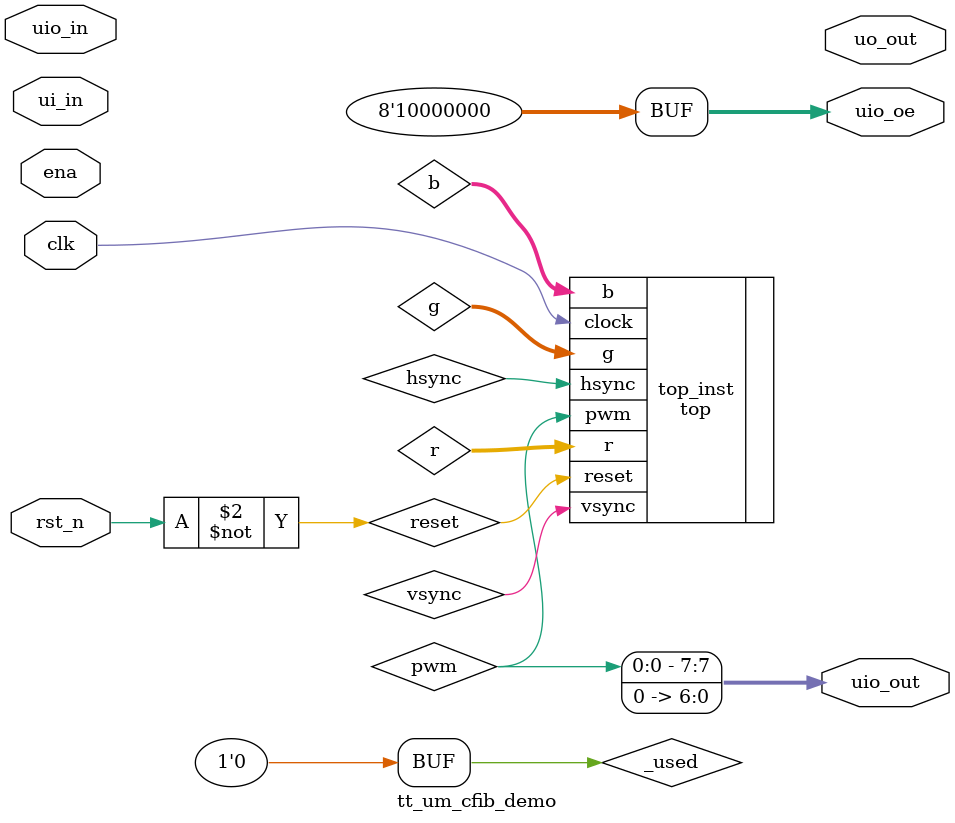
<source format=v>
module tt_um_cfib_demo (
    input  wire [7:0] ui_in,    // Dedicated inputs
    output wire [7:0] uo_out,   // Dedicated outputs
    input  wire [7:0] uio_in,   // IOs: Input path
    output wire [7:0] uio_out,  // IOs: Output path
    output wire [7:0] uio_oe,   // IOs: Enable path (active high: 0=input, 1=output)
    input  wire       ena,      // always 1 when the design is powered, so you can ignore it
    input  wire       clk,      // clock
    input  wire       rst_n     // reset_n - low to reset
);

    wire hsync, vsync, pwm;
    wire [1:0] r, g, b;
    
    assign uo[0] = r[1];
    assign uo[1] = g[1];
    assign uo[2] = b[1];
    assign uo[3] = vsync;
    assign uo[4] = r[0];
    assign uo[5] = g[0];
    assign uo[6] = b[0];
    assign uo[7] = hsync;
    
    assign uio_oe  = 8'b10000000;
    assign uio_out = {pwm, 7'b0};
    
    wire _used = &{ena, uio_in[7:0], 1'b0};
    wire reset = ~rst_n;

    top top_inst(.clock(clk), .reset(reset),  .hsync(hsync), .vsync(vsync),
                                              .r(r), .g(g), .b(b),
                                              .pwm(pwm));

endmodule

</source>
